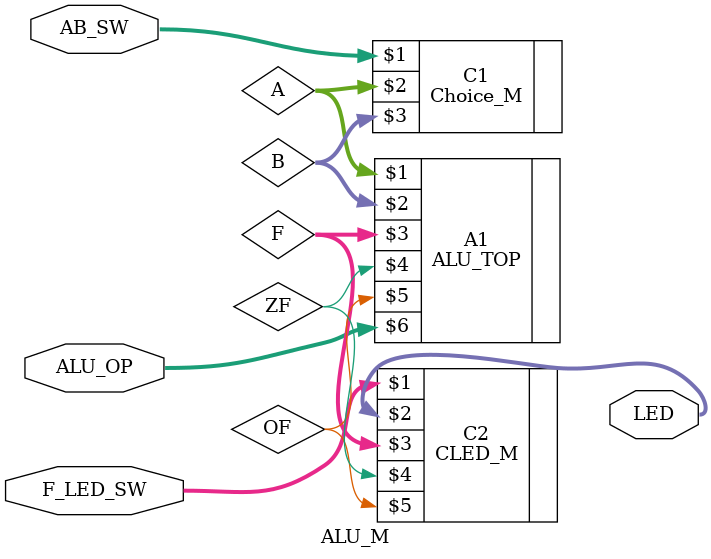
<source format=v>
`timescale 1ns / 1ps
module ALU_M(ALU_OP,AB_SW,F_LED_SW,LED
    );
	 input[2:0] ALU_OP,AB_SW,F_LED_SW;
	 output[7:0] LED;
	 
	 wire[2:0] AB_SW,F_LED_SW,ALU_OP;
	 wire[31:0] A,B,F;
	 
	 wire ZF,OF;
	 wire[7:0] LED;
	 Choice_M C1(AB_SW,A,B);
	 ALU_TOP A1(A,B,F,ZF,OF,ALU_OP);
	 CLED_M C2(F_LED_SW,LED,F,ZF,OF);


	
	
endmodule

</source>
